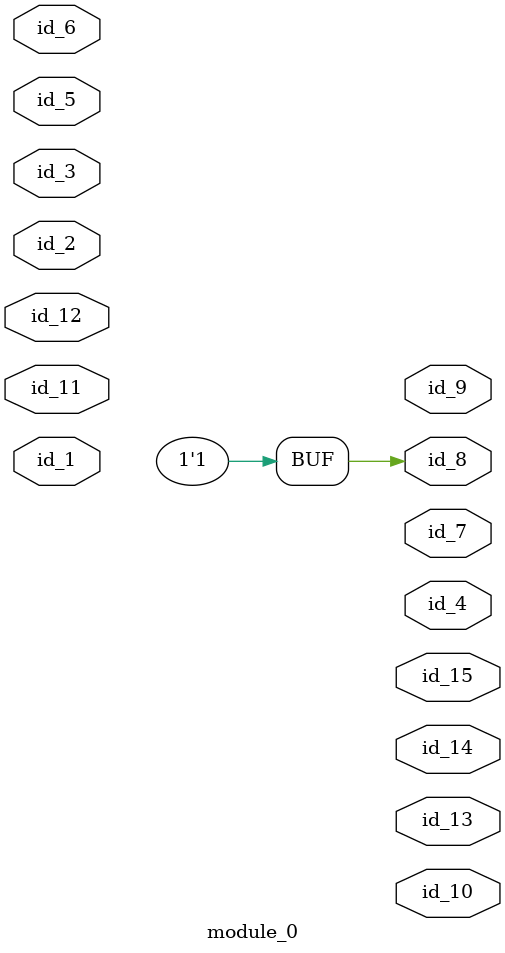
<source format=v>
module module_0 (
    id_1,
    id_2,
    id_3,
    id_4,
    id_5,
    id_6,
    id_7,
    id_8,
    id_9,
    id_10,
    id_11,
    id_12,
    id_13,
    id_14,
    id_15
);
  output id_15;
  output id_14;
  output id_13;
  input id_12;
  input id_11;
  output id_10;
  output id_9;
  output id_8;
  output id_7;
  inout id_6;
  input id_5;
  output id_4;
  input id_3;
  inout id_2;
  input id_1;
  assign id_8 = 1;
endmodule

</source>
